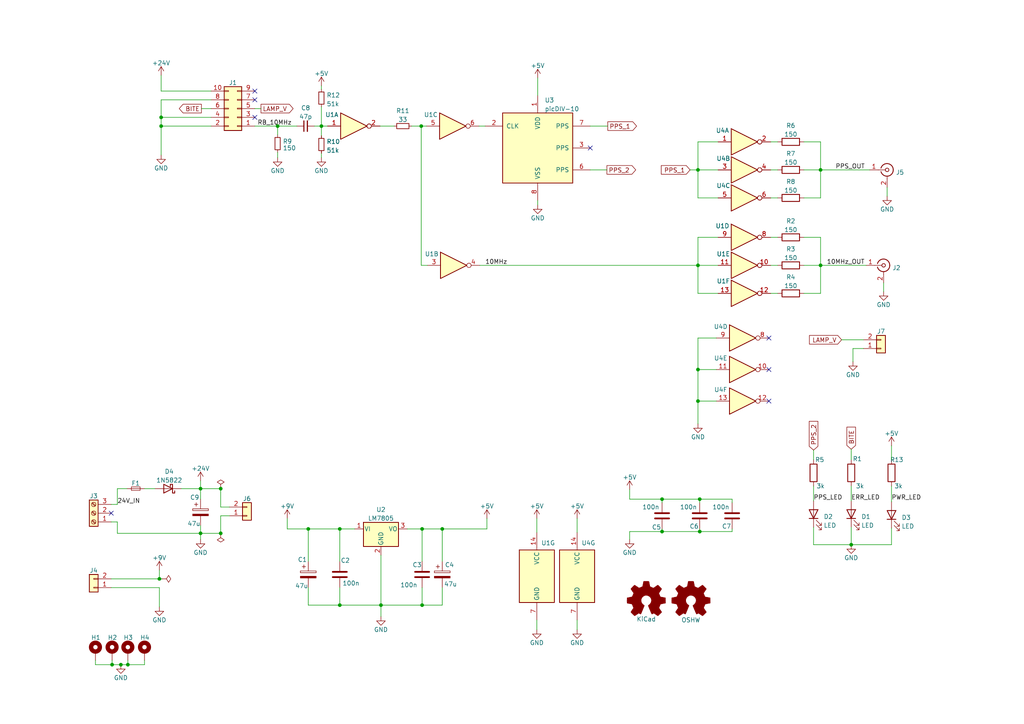
<source format=kicad_sch>
(kicad_sch (version 20230121) (generator eeschema)
  (paper "A4")
  (title_block (title "Rubidium Interface board") (date "2023-02-23") (rev "1.1"))
  (lib_symbols
    (symbol "74xx:74HC04"
      (property "Reference" "U" (at 0 1.27 0))
      (property "Value" "74HC04" (at 0 -1.27 0))
      (symbol "74HC04_1_0"
        (polyline (pts (xy -3.81 3.81) (xy -3.81 -3.81) (xy 3.81 0) (xy -3.81 3.81)) (stroke (width 0.254)) (fill (type background)))
        (pin input line (at -7.62 0 0) (length 3.81) (name "~") (number "1"))
        (pin output inverted (at 7.62 0 180) (length 3.81) (name "~") (number "2"))
      )
      (symbol "74HC04_2_0"
        (polyline (pts (xy -3.81 3.81) (xy -3.81 -3.81) (xy 3.81 0) (xy -3.81 3.81)) (stroke (width 0.254)) (fill (type background)))
        (pin input line (at -7.62 0 0) (length 3.81) (name "~") (number "3"))
        (pin output inverted (at 7.62 0 180) (length 3.81) (name "~") (number "4"))
      )
      (symbol "74HC04_3_0"
        (polyline (pts (xy -3.81 3.81) (xy -3.81 -3.81) (xy 3.81 0) (xy -3.81 3.81)) (stroke (width 0.254)) (fill (type background)))
        (pin input line (at -7.62 0 0) (length 3.81) (name "~") (number "5"))
        (pin output inverted (at 7.62 0 180) (length 3.81) (name "~") (number "6"))
      )
      (symbol "74HC04_4_0"
        (polyline (pts (xy -3.81 3.81) (xy -3.81 -3.81) (xy 3.81 0) (xy -3.81 3.81)) (stroke (width 0.254)) (fill (type background)))
        (pin output inverted (at 7.62 0 180) (length 3.81) (name "~") (number "8"))
        (pin input line (at -7.62 0 0) (length 3.81) (name "~") (number "9"))
      )
      (symbol "74HC04_5_0"
        (polyline (pts (xy -3.81 3.81) (xy -3.81 -3.81) (xy 3.81 0) (xy -3.81 3.81)) (stroke (width 0.254)) (fill (type background)))
        (pin output inverted (at 7.62 0 180) (length 3.81) (name "~") (number "10"))
        (pin input line (at -7.62 0 0) (length 3.81) (name "~") (number "11"))
      )
      (symbol "74HC04_6_0"
        (polyline (pts (xy -3.81 3.81) (xy -3.81 -3.81) (xy 3.81 0) (xy -3.81 3.81)) (stroke (width 0.254)) (fill (type background)))
        (pin output inverted (at 7.62 0 180) (length 3.81) (name "~") (number "12"))
        (pin input line (at -7.62 0 0) (length 3.81) (name "~") (number "13"))
      )
      (symbol "74HC04_7_0"
        (pin power_in line (at 0 12.7 270) (length 5.08) (name "VCC") (number "14"))
        (pin power_in line (at 0 -12.7 90) (length 5.08) (name "GND") (number "7"))
      )
      (symbol "74HC04_7_1"
        (rectangle (start -5.08 7.62) (end 5.08 -7.62) (stroke (width 0.254)) (fill (type background)))
      )
    )
    (symbol "Connector:Conn_Coaxial" (pin_names (offset 1.016) hide)
      (property "Reference" "J" (at 0.254 3.048 0))
      (property "Value" "Conn_Coaxial" (at 2.921 0 90))
      (symbol "Conn_Coaxial_0_1"
        (arc (start -1.778 -0.508) (mid 0.2311 -1.8066) (end 1.778 0) (stroke (width 0.254)))
        (polyline (pts (xy -2.54 0) (xy -0.508 0)))
        (polyline (pts (xy 0 -2.54) (xy 0 -1.778)))
        (circle (center 0 0) (radius 0.508) (stroke (width 0.2032)))
        (arc (start 1.778 0) (mid 0.2099 1.8101) (end -1.778 0.508) (stroke (width 0.254)))
      )
      (symbol "Conn_Coaxial_1_1"
        (pin passive line (at -5.08 0 0) (length 2.54) (name "In") (number "1"))
        (pin passive line (at 0 -5.08 90) (length 2.54) (name "Ext") (number "2"))
      )
    )
    (symbol "Connector:Screw_Terminal_01x03" (pin_names (offset 1.016) hide)
      (property "Reference" "J" (at 0 5.08 0))
      (property "Value" "Screw_Terminal_01x03" (at 0 -5.08 0))
      (symbol "Screw_Terminal_01x03_1_1"
        (rectangle (start -1.27 3.81) (end 1.27 -3.81) (stroke (width 0.254)) (fill (type background)))
        (circle (center 0 -2.54) (radius 0.635) (stroke (width 0.1524)))
        (polyline (pts (xy -0.5334 -2.2098) (xy 0.3302 -3.048)) (stroke (width 0.1524)))
        (polyline (pts (xy -0.5334 0.3302) (xy 0.3302 -0.508)) (stroke (width 0.1524)))
        (polyline (pts (xy -0.5334 2.8702) (xy 0.3302 2.032)) (stroke (width 0.1524)))
        (polyline (pts (xy -0.3556 -2.032) (xy 0.508 -2.8702)) (stroke (width 0.1524)))
        (polyline (pts (xy -0.3556 0.508) (xy 0.508 -0.3302)) (stroke (width 0.1524)))
        (polyline (pts (xy -0.3556 3.048) (xy 0.508 2.2098)) (stroke (width 0.1524)))
        (circle (center 0 0) (radius 0.635) (stroke (width 0.1524)))
        (circle (center 0 2.54) (radius 0.635) (stroke (width 0.1524)))
        (pin passive line (at -5.08 2.54 0) (length 3.81) (name "Pin_1") (number "1"))
        (pin passive line (at -5.08 0 0) (length 3.81) (name "Pin_2") (number "2"))
        (pin passive line (at -5.08 -2.54 0) (length 3.81) (name "Pin_3") (number "3"))
      )
    )
    (symbol "Connector_Generic:Conn_01x02" (pin_names (offset 1.016) hide)
      (property "Reference" "J" (at 0 2.54 0))
      (property "Value" "Conn_01x02" (at 0 -5.08 0))
      (symbol "Conn_01x02_1_1"
        (rectangle (start -1.27 -2.413) (end 0 -2.667) (stroke (width 0.1524)))
        (rectangle (start -1.27 0.127) (end 0 -0.127) (stroke (width 0.1524)))
        (rectangle (start -1.27 1.27) (end 1.27 -3.81) (stroke (width 0.254)) (fill (type background)))
        (pin passive line (at -5.08 0 0) (length 3.81) (name "Pin_1") (number "1"))
        (pin passive line (at -5.08 -2.54 0) (length 3.81) (name "Pin_2") (number "2"))
      )
    )
    (symbol "Connector_Generic:Conn_02x05_Odd_Even" (pin_names (offset 1.016) hide)
      (property "Reference" "J" (at 1.27 7.62 0))
      (property "Value" "Conn_02x05_Odd_Even" (at 1.27 -7.62 0))
      (symbol "Conn_02x05_Odd_Even_1_1"
        (rectangle (start -1.27 -4.953) (end 0 -5.207) (stroke (width 0.1524)))
        (rectangle (start -1.27 -2.413) (end 0 -2.667) (stroke (width 0.1524)))
        (rectangle (start -1.27 0.127) (end 0 -0.127) (stroke (width 0.1524)))
        (rectangle (start -1.27 2.667) (end 0 2.413) (stroke (width 0.1524)))
        (rectangle (start -1.27 5.207) (end 0 4.953) (stroke (width 0.1524)))
        (rectangle (start -1.27 6.35) (end 3.81 -6.35) (stroke (width 0.254)) (fill (type background)))
        (rectangle (start 3.81 -4.953) (end 2.54 -5.207) (stroke (width 0.1524)))
        (rectangle (start 3.81 -2.413) (end 2.54 -2.667) (stroke (width 0.1524)))
        (rectangle (start 3.81 0.127) (end 2.54 -0.127) (stroke (width 0.1524)))
        (rectangle (start 3.81 2.667) (end 2.54 2.413) (stroke (width 0.1524)))
        (rectangle (start 3.81 5.207) (end 2.54 4.953) (stroke (width 0.1524)))
        (pin passive line (at -5.08 5.08 0) (length 3.81) (name "Pin_1") (number "1"))
        (pin passive line (at 7.62 -5.08 180) (length 3.81) (name "Pin_10") (number "10"))
        (pin passive line (at 7.62 5.08 180) (length 3.81) (name "Pin_2") (number "2"))
        (pin passive line (at -5.08 2.54 0) (length 3.81) (name "Pin_3") (number "3"))
        (pin passive line (at 7.62 2.54 180) (length 3.81) (name "Pin_4") (number "4"))
        (pin passive line (at -5.08 0 0) (length 3.81) (name "Pin_5") (number "5"))
        (pin passive line (at 7.62 0 180) (length 3.81) (name "Pin_6") (number "6"))
        (pin passive line (at -5.08 -2.54 0) (length 3.81) (name "Pin_7") (number "7"))
        (pin passive line (at 7.62 -2.54 180) (length 3.81) (name "Pin_8") (number "8"))
        (pin passive line (at -5.08 -5.08 0) (length 3.81) (name "Pin_9") (number "9"))
      )
    )
    (symbol "Device:C" (pin_numbers hide) (pin_names (offset 0.254))
      (property "Reference" "C" (at 0.635 2.54 0))
      (property "Value" "C" (at 0.635 -2.54 0))
      (symbol "C_0_1"
        (polyline (pts (xy -2.032 -0.762) (xy 2.032 -0.762)) (stroke (width 0.508)))
        (polyline (pts (xy -2.032 0.762) (xy 2.032 0.762)) (stroke (width 0.508)))
      )
      (symbol "C_1_1"
        (pin passive line (at 0 3.81 270) (length 2.794) (name "~") (number "1"))
        (pin passive line (at 0 -3.81 90) (length 2.794) (name "~") (number "2"))
      )
    )
    (symbol "Device:C_Polarized" (pin_numbers hide) (pin_names (offset 0.254))
      (property "Reference" "C" (at 0.635 2.54 0))
      (property "Value" "C_Polarized" (at 0.635 -2.54 0))
      (symbol "C_Polarized_0_1"
        (rectangle (start -2.286 0.508) (end 2.286 1.016))
        (polyline (pts (xy -1.778 2.286) (xy -0.762 2.286)))
        (polyline (pts (xy -1.27 2.794) (xy -1.27 1.778)))
        (rectangle (start 2.286 -0.508) (end -2.286 -1.016) (fill (type outline)))
      )
      (symbol "C_Polarized_1_1"
        (pin passive line (at 0 3.81 270) (length 2.794) (name "~") (number "1"))
        (pin passive line (at 0 -3.81 90) (length 2.794) (name "~") (number "2"))
      )
    )
    (symbol "Device:C_Small" (pin_numbers hide) (pin_names (offset 0.254) hide)
      (property "Reference" "C" (at 0.254 1.778 0))
      (property "Value" "C_Small" (at 0.254 -2.032 0))
      (symbol "C_Small_0_1"
        (polyline (pts (xy -1.524 -0.508) (xy 1.524 -0.508)) (stroke (width 0.3302)))
        (polyline (pts (xy -1.524 0.508) (xy 1.524 0.508)) (stroke (width 0.3048)))
      )
      (symbol "C_Small_1_1"
        (pin passive line (at 0 2.54 270) (length 2.032) (name "~") (number "1"))
        (pin passive line (at 0 -2.54 90) (length 2.032) (name "~") (number "2"))
      )
    )
    (symbol "Device:D_Schottky" (pin_numbers hide) (pin_names (offset 1.016) hide)
      (property "Reference" "D" (at 0 2.54 0))
      (property "Value" "D_Schottky" (at 0 -2.54 0))
      (symbol "D_Schottky_0_1"
        (polyline (pts (xy 1.27 0) (xy -1.27 0)))
        (polyline (pts (xy 1.27 1.27) (xy 1.27 -1.27) (xy -1.27 0) (xy 1.27 1.27)) (stroke (width 0.254)))
        (polyline (pts (xy -1.905 0.635) (xy -1.905 1.27) (xy -1.27 1.27) (xy -1.27 -1.27) (xy -0.635 -1.27) (xy -0.635 -0.635)) (stroke (width 0.254)))
      )
      (symbol "D_Schottky_1_1"
        (pin passive line (at -3.81 0 0) (length 2.54) (name "K") (number "1"))
        (pin passive line (at 3.81 0 180) (length 2.54) (name "A") (number "2"))
      )
    )
    (symbol "Device:Fuse_Small" (pin_numbers hide) (pin_names (offset 0.254) hide)
      (property "Reference" "F" (at 0 -1.524 0))
      (property "Value" "Fuse_Small" (at 0 1.524 0))
      (symbol "Fuse_Small_0_1"
        (rectangle (start -1.27 0.508) (end 1.27 -0.508))
        (polyline (pts (xy -1.27 0) (xy 1.27 0)))
      )
      (symbol "Fuse_Small_1_1"
        (pin passive line (at -2.54 0 0) (length 1.27) (name "~") (number "1"))
        (pin passive line (at 2.54 0 180) (length 1.27) (name "~") (number "2"))
      )
    )
    (symbol "Device:LED" (pin_numbers hide) (pin_names (offset 1.016) hide)
      (property "Reference" "D" (at 0 2.54 0))
      (property "Value" "LED" (at 0 -2.54 0))
      (symbol "LED_0_1"
        (polyline (pts (xy -1.27 -1.27) (xy -1.27 1.27)) (stroke (width 0.254)))
        (polyline (pts (xy -1.27 0) (xy 1.27 0)))
        (polyline (pts (xy 1.27 -1.27) (xy 1.27 1.27) (xy -1.27 0) (xy 1.27 -1.27)) (stroke (width 0.254)))
        (polyline (pts (xy -3.048 -0.762) (xy -4.572 -2.286) (xy -3.81 -2.286) (xy -4.572 -2.286) (xy -4.572 -1.524)))
        (polyline (pts (xy -1.778 -0.762) (xy -3.302 -2.286) (xy -2.54 -2.286) (xy -3.302 -2.286) (xy -3.302 -1.524)))
      )
      (symbol "LED_1_1"
        (pin passive line (at -3.81 0 0) (length 2.54) (name "K") (number "1"))
        (pin passive line (at 3.81 0 180) (length 2.54) (name "A") (number "2"))
      )
    )
    (symbol "Device:R" (pin_numbers hide) (pin_names (offset 0))
      (property "Reference" "R" (at 2.032 0 90))
      (property "Value" "R" (at 0 0 90))
      (symbol "R_0_1"
        (rectangle (start -1.016 -2.54) (end 1.016 2.54) (stroke (width 0.254)))
      )
      (symbol "R_1_1"
        (pin passive line (at 0 3.81 270) (length 1.27) (name "~") (number "1"))
        (pin passive line (at 0 -3.81 90) (length 1.27) (name "~") (number "2"))
      )
    )
    (symbol "Device:R_Small" (pin_numbers hide) (pin_names (offset 0.254) hide)
      (property "Reference" "R" (at 0.762 0.508 0))
      (property "Value" "R_Small" (at 0.762 -1.016 0))
      (symbol "R_Small_0_1"
        (rectangle (start -0.762 1.778) (end 0.762 -1.778) (stroke (width 0.2032)))
      )
      (symbol "R_Small_1_1"
        (pin passive line (at 0 2.54 270) (length 0.762) (name "~") (number "1"))
        (pin passive line (at 0 -2.54 90) (length 0.762) (name "~") (number "2"))
      )
    )
    (symbol "Graphic:Logo_Open_Hardware_Small" (pin_names (offset 1.016))
      (symbol "Logo_Open_Hardware_Small_0_1"
        (polyline (pts (xy 3.3528 -4.3434) (xy 3.302 -4.318) (xy 3.175 -4.2418) (xy 2.9972 -4.1148) (xy 2.7686 -3.9624) (xy 2.54 -3.81) (xy 2.3622 -3.7084) (xy 2.2352 -3.6068) (xy 2.1844 -3.5814) (xy 2.159 -3.6068) (xy 2.0574 -3.6576) (xy 1.905 -3.7338) (xy 1.8034 -3.7846) (xy 1.6764 -3.8354) (xy 1.6002 -3.8354) (xy 1.6002 -3.8354) (xy 1.5494 -3.7338) (xy 1.4732 -3.5306) (xy 1.3462 -3.302) (xy 1.2446 -3.0226) (xy 1.1176 -2.7178) (xy 0.9652 -2.413) (xy 0.8636 -2.1082) (xy 0.7366 -1.8288) (xy 0.6604 -1.6256) (xy 0.6096 -1.4732) (xy 0.5842 -1.397) (xy 0.5842 -1.397) (xy 0.6604 -1.3208) (xy 0.7874 -1.2446) (xy 1.0414 -1.016) (xy 1.2954 -0.6858) (xy 1.4478 -0.3302) (xy 1.524 0.0762) (xy 1.4732 0.4572) (xy 1.3208 0.8128) (xy 1.0668 1.143) (xy 0.762 1.3716) (xy 0.4064 1.524) (xy 0 1.5748) (xy -0.381 1.5494) (xy -0.7366 1.397) (xy -1.0668 1.143) (xy -1.2192 0.9906) (xy -1.397 0.6604) (xy -1.524 0.3048) (xy -1.524 0.2286) (xy -1.4986 -0.1778) (xy -1.397 -0.5334) (xy -1.1938 -0.8636) (xy -0.9144 -1.143) (xy -0.8636 -1.1684) (xy -0.7366 -1.27) (xy -0.635 -1.3462) (xy -0.5842 -1.397) (xy -1.0668 -2.5908) (xy -1.143 -2.794) (xy -1.2954 -3.1242) (xy -1.397 -3.4036) (xy -1.4986 -3.6322) (xy -1.5748 -3.7846) (xy -1.6002 -3.8354) (xy -1.6002 -3.8354) (xy -1.651 -3.8354) (xy -1.7272 -3.81) (xy -1.905 -3.7338) (xy -2.0066 -3.683) (xy -2.1336 -3.6068) (xy -2.2098 -3.5814) (xy -2.2606 -3.6068) (xy -2.3622 -3.683) (xy -2.54 -3.81) (xy -2.7686 -3.9624) (xy -2.9718 -4.0894) (xy -3.1496 -4.2164) (xy -3.302 -4.318) (xy -3.3528 -4.3434) (xy -3.3782 -4.3434) (xy -3.429 -4.318) (xy -3.5306 -4.2164) (xy -3.7084 -4.064) (xy -3.937 -3.8354) (xy -3.9624 -3.81) (xy -4.1656 -3.6068) (xy -4.318 -3.4544) (xy -4.4196 -3.3274) (xy -4.445 -3.2766) (xy -4.445 -3.2766) (xy -4.4196 -3.2258) (xy -4.318 -3.0734) (xy -4.2164 -2.8956) (xy -4.064 -2.667) (xy -3.6576 -2.0828) (xy -3.8862 -1.5494) (xy -3.937 -1.3716) (xy -4.0386 -1.1684) (xy -4.0894 -1.0414) (xy -4.1148 -0.9652) (xy -4.191 -0.9398) (xy -4.318 -0.9144) (xy -4.5466 -0.8636) (xy -4.8006 -0.8128) (xy -5.0546 -0.7874) (xy -5.2578 -0.7366) (xy -5.4356 -0.7112) (xy -5.5118 -0.6858) (xy -5.5118 -0.6858) (xy -5.5372 -0.635) (xy -5.5372 -0.5588) (xy -5.5372 -0.4318) (xy -5.5626 -0.2286) (xy -5.5626 0.0762) (xy -5.5626 0.127) (xy -5.5372 0.4064) (xy -5.5372 0.635) (xy -5.5372 0.762) (xy -5.5372 0.8382) (xy -5.5372 0.8382) (xy -5.461 0.8382) (xy -5.3086 0.889) (xy -5.08 0.9144) (xy -4.826 0.9652) (xy -4.8006 0.9906) (xy -4.5466 1.0414) (xy -4.318 1.0668) (xy -4.1656 1.1176) (xy -4.0894 1.143) (xy -4.0894 1.143) (xy -4.0386 1.2446) (xy -3.9624 1.4224) (xy -3.8608 1.6256) (xy -3.7846 1.8288) (xy -3.7084 2.0066) (xy -3.6576 2.159) (xy -3.6322 2.2098) (xy -3.6322 2.2098) (xy -3.683 2.286) (xy -3.7592 2.413) (xy -3.8862 2.5908) (xy -4.064 2.8194) (xy -4.064 2.8448) (xy -4.2164 3.0734) (xy -4.3434 3.2512) (xy -4.4196 3.3782) (xy -4.445 3.4544) (xy -4.445 3.4544) (xy -4.3942 3.5052) (xy -4.2926 3.6322) (xy -4.1148 3.81) (xy -3.937 4.0132) (xy -3.8608 4.064) (xy -3.6576 4.2926) (xy -3.5052 4.4196) (xy -3.4036 4.4958) (xy -3.3528 4.5212) (xy -3.3528 4.5212) (xy -3.302 4.4704) (xy -3.1496 4.3688) (xy -2.9718 4.2418) (xy -2.7432 4.0894) (xy -2.7178 4.0894) (xy -2.4892 3.937) (xy -2.3114 3.81) (xy -2.1844 3.7084) (xy -2.1336 3.683) (xy -2.1082 3.683) (xy -2.032 3.7084) (xy -1.8542 3.7592) (xy -1.6764 3.8354) (xy -1.4732 3.937) (xy -1.27 4.0132) (xy -1.143 4.064) (xy -1.0668 4.1148) (xy -1.0668 4.1148) (xy -1.0414 4.191) (xy -1.016 4.3434) (xy -0.9652 4.572) (xy -0.9144 4.8514) (xy -0.889 4.9022) (xy -0.8382 5.1562) (xy -0.8128 5.3848) (xy -0.7874 5.5372) (xy -0.762 5.588) (xy -0.7112 5.6134) (xy -0.5842 5.6134) (xy -0.4064 5.6134) (xy -0.1524 5.6134) (xy 0.0762 5.6134) (xy 0.3302 5.6134) (xy 0.5334 5.6134) (xy 0.6858 5.588) (xy 0.7366 5.588) (xy 0.7366 5.588) (xy 0.762 5.5118) (xy 0.8128 5.334) (xy 0.8382 5.1054) (xy 0.9144 4.826) (xy 0.9144 4.7752) (xy 0.9652 4.5212) (xy 1.016 4.2926) (xy 1.0414 4.1402) (xy 1.0668 4.0894) (xy 1.0668 4.0894) (xy 1.1938 4.0386) (xy 1.3716 3.9624) (xy 1.5748 3.8608) (xy 2.0828 3.6576) (xy 2.7178 4.0894) (xy 2.7686 4.1402) (xy 2.9972 4.2926) (xy 3.175 4.4196) (xy 3.302 4.4958) (xy 3.3782 4.5212) (xy 3.3782 4.5212) (xy 3.429 4.4704) (xy 3.556 4.3434) (xy 3.7338 4.191) (xy 3.9116 3.9878) (xy 4.064 3.8354) (xy 4.2418 3.6576) (xy 4.3434 3.556) (xy 4.4196 3.4798) (xy 4.4196 3.429) (xy 4.4196 3.4036) (xy 4.3942 3.3274) (xy 4.2926 3.2004) (xy 4.1656 2.9972) (xy 4.0132 2.794) (xy 3.8862 2.5908) (xy 3.7592 2.3876) (xy 3.6576 2.2352) (xy 3.6322 2.159) (xy 3.6322 2.1336) (xy 3.683 2.0066) (xy 3.7592 1.8288) (xy 3.8608 1.6002) (xy 4.064 1.1176) (xy 4.3942 1.0414) (xy 4.5974 1.016) (xy 4.8768 0.9652) (xy 5.1308 0.9144) (xy 5.5372 0.8382) (xy 5.5626 -0.6604) (xy 5.4864 -0.6858) (xy 5.4356 -0.6858) (xy 5.2832 -0.7366) (xy 5.0546 -0.762) (xy 4.8006 -0.8128) (xy 4.5974 -0.8636) (xy 4.3688 -0.9144) (xy 4.2164 -0.9398) (xy 4.1402 -0.9398) (xy 4.1148 -0.9652) (xy 4.064 -1.0668) (xy 3.9878 -1.2446) (xy 3.9116 -1.4478) (xy 3.81 -1.651) (xy 3.7338 -1.8542) (xy 3.683 -2.0066) (xy 3.6576 -2.0828) (xy 3.683 -2.1336) (xy 3.7846 -2.2606) (xy 3.8862 -2.4638) (xy 4.0386 -2.667) (xy 4.191 -2.8956) (xy 4.318 -3.0734) (xy 4.3942 -3.2004) (xy 4.445 -3.2766) (xy 4.4196 -3.3274) (xy 4.3434 -3.429) (xy 4.1656 -3.5814) (xy 3.937 -3.8354) (xy 3.8862 -3.8608) (xy 3.683 -4.064) (xy 3.5306 -4.2164) (xy 3.4036 -4.318) (xy 3.3528 -4.3434)) (fill (type outline)))
      )
    )
    (symbol "Mechanical:MountingHole_Pad" (pin_numbers hide) (pin_names (offset 1.016) hide)
      (property "Reference" "H" (at 0 6.35 0))
      (property "Value" "MountingHole_Pad" (at 0 4.445 0))
      (symbol "MountingHole_Pad_0_1"
        (circle (center 0 1.27) (radius 1.27) (stroke (width 1.27)))
      )
      (symbol "MountingHole_Pad_1_1"
        (pin input line (at 0 -2.54 90) (length 2.54) (name "1") (number "1"))
      )
    )
    (symbol "MyLib:picDIV-10" (pin_names (offset 1.016))
      (property "Reference" "U" (at 1.27 13.97 0))
      (property "Value" "picDIV-10" (at 1.27 11.43 0))
      (symbol "picDIV-10_0_1"
        (rectangle (start 10.16 -10.16) (end -10.16 10.16) (stroke (width 0.254)) (fill (type background)))
      )
      (symbol "picDIV-10_1_1"
        (pin power_in line (at 0 15.24 270) (length 5.08) (name "VDD") (number "1"))
        (pin input line (at -15.24 6.35 0) (length 5.08) (name "CLK") (number "2"))
        (pin output line (at 15.24 0 180) (length 5.08) (name "PPS") (number "3"))
        (pin no_connect line (at -15.24 -6.35 0) (length 5.08) hide (name "NC") (number "4"))
        (pin no_connect line (at -15.24 -5.08 0) (length 5.08) hide (name "NC") (number "5"))
        (pin output line (at 15.24 -6.35 180) (length 5.08) (name "PPS") (number "6"))
        (pin output line (at 15.24 6.35 180) (length 5.08) (name "PPS") (number "7"))
        (pin power_in line (at 0 -15.24 90) (length 5.08) (name "VSS") (number "8"))
      )
    )
    (symbol "Regulator_Linear:LM7805_TO220" (pin_names (offset 0.254))
      (property "Reference" "U" (at -3.81 3.175 0))
      (property "Value" "LM7805_TO220" (at 0 3.175 0))
      (symbol "LM7805_TO220_0_1"
        (rectangle (start -5.08 1.905) (end 5.08 -5.08) (stroke (width 0.254)) (fill (type background)))
      )
      (symbol "LM7805_TO220_1_1"
        (pin power_in line (at -7.62 0 0) (length 2.54) (name "VI") (number "1"))
        (pin power_in line (at 0 -7.62 90) (length 2.54) (name "GND") (number "2"))
        (pin power_out line (at 7.62 0 180) (length 2.54) (name "VO") (number "3"))
      )
    )
    (symbol "power:+24V" (power) (pin_names (offset 0))
      (property "Value" "+24V" (at 0 3.556 0))
      (symbol "+24V_0_1"
        (polyline (pts (xy -0.762 1.27) (xy 0 2.54)))
        (polyline (pts (xy 0 0) (xy 0 2.54)))
        (polyline (pts (xy 0 2.54) (xy 0.762 1.27)))
      )
      (symbol "+24V_1_1"
        (pin power_in line (at 0 0 90) (length 0) hide (name "+24V") (number "1"))
      )
    )
    (symbol "power:+5V" (power) (pin_names (offset 0))
      (property "Value" "+5V" (at 0 3.556 0))
      (symbol "+5V_0_1"
        (polyline (pts (xy -0.762 1.27) (xy 0 2.54)))
        (polyline (pts (xy 0 0) (xy 0 2.54)))
        (polyline (pts (xy 0 2.54) (xy 0.762 1.27)))
      )
      (symbol "+5V_1_1"
        (pin power_in line (at 0 0 90) (length 0) hide (name "+5V") (number "1"))
      )
    )
    (symbol "power:+9V" (power) (pin_names (offset 0))
      (property "Value" "+9V" (at 0 3.556 0))
      (symbol "+9V_0_1"
        (polyline (pts (xy -0.762 1.27) (xy 0 2.54)))
        (polyline (pts (xy 0 0) (xy 0 2.54)))
        (polyline (pts (xy 0 2.54) (xy 0.762 1.27)))
      )
      (symbol "+9V_1_1"
        (pin power_in line (at 0 0 90) (length 0) hide (name "+9V") (number "1"))
      )
    )
    (symbol "power:GND" (power) (pin_names (offset 0))
      (property "Value" "GND" (at 0 -3.81 0))
      (symbol "GND_0_1"
        (polyline (pts (xy 0 0) (xy 0 -1.27) (xy 1.27 -1.27) (xy 0 -2.54) (xy -1.27 -1.27) (xy 0 -1.27)))
      )
      (symbol "GND_1_1"
        (pin power_in line (at 0 0 270) (length 0) hide (name "GND") (number "1"))
      )
    )
    (symbol "power:PWR_FLAG" (power) (pin_numbers hide) (pin_names (offset 0) hide)
      (property "Value" "PWR_FLAG" (at 0 3.81 0))
      (symbol "PWR_FLAG_0_0"
        (pin power_out line (at 0 0 90) (length 0) (name "pwr") (number "1"))
      )
      (symbol "PWR_FLAG_0_1"
        (polyline (pts (xy 0 0) (xy 0 1.27) (xy -1.016 1.905) (xy 0 2.54) (xy 1.016 1.905) (xy 0 1.27)))
      )
    )
  )
  (junction (at 64.008 154.686))
  (junction (at 202.438 49.276))
  (junction (at 246.888 157.988))
  (junction (at 46.736 34.036))
  (junction (at 122.428 175.514))
  (junction (at 98.552 175.514))
  (junction (at 128.27 153.416))
  (junction (at 202.946 154.178))
  (junction (at 46.228 167.894))
  (junction (at 192.024 144.78))
  (junction (at 122.428 153.416))
  (junction (at 46.736 36.576))
  (junction (at 89.408 153.416))
  (junction (at 237.998 49.276))
  (junction (at 64.008 141.732))
  (junction (at 37.084 192.786))
  (junction (at 80.518 36.576))
  (junction (at 110.49 175.514))
  (junction (at 237.998 76.962))
  (junction (at 58.166 141.732))
  (junction (at 32.512 192.786))
  (junction (at 202.438 76.962))
  (junction (at 202.946 144.78))
  (junction (at 98.552 153.416))
  (junction (at 93.218 36.576))
  (junction (at 58.166 154.686))
  (junction (at 202.438 107.188))
  (junction (at 192.024 154.178))
  (junction (at 35.052 192.786))
  (junction (at 202.438 116.332))
  (junction (at 122.174 36.576))
  (no_connect (at 171.196 42.926))
  (no_connect (at 223.012 116.332))
  (no_connect (at 73.914 26.416))
  (no_connect (at 223.012 107.188))
  (no_connect (at 73.914 34.036))
  (no_connect (at 223.012 98.044))
  (no_connect (at 32.258 148.844))
  (no_connect (at 73.914 28.956))
  (wire (pts (xy 202.438 57.404) (xy 202.438 49.276)))
  (wire (pts (xy 58.166 141.732) (xy 58.166 144.78)))
  (wire (pts (xy 235.966 152.908) (xy 235.966 157.988)))
  (wire (pts (xy 66.548 147.066) (xy 64.008 147.066)))
  (wire (pts (xy 202.946 144.78) (xy 192.024 144.78)))
  (wire (pts (xy 122.428 153.416) (xy 122.428 162.814)))
  (wire (pts (xy 171.196 36.576) (xy 176.276 36.576)))
  (wire (pts (xy 34.036 141.732) (xy 36.83 141.732)))
  (wire (pts (xy 233.172 68.834) (xy 237.998 68.834)))
  (wire (pts (xy 32.258 167.894) (xy 46.228 167.894)))
  (wire (pts (xy 223.52 68.834) (xy 225.552 68.834)))
  (wire (pts (xy 258.572 129.286) (xy 258.572 133.35)))
  (wire (pts (xy 237.998 57.404) (xy 233.172 57.404)))
  (wire (pts (xy 61.214 26.416) (xy 46.736 26.416)))
  (wire (pts (xy 118.11 153.416) (xy 122.428 153.416)))
  (wire (pts (xy 98.552 153.416) (xy 98.552 162.814)))
  (wire (pts (xy 202.438 49.276) (xy 202.438 41.148)))
  (wire (pts (xy 32.512 191.516) (xy 32.512 192.786)))
  (wire (pts (xy 246.888 152.908) (xy 246.888 157.988)))
  (wire (pts (xy 58.166 141.732) (xy 64.008 141.732)))
  (wire (pts (xy 202.438 41.148) (xy 208.28 41.148)))
  (wire (pts (xy 83.312 153.416) (xy 89.408 153.416)))
  (wire (pts (xy 212.344 153.416) (xy 212.344 154.178)))
  (wire (pts (xy 202.438 98.044) (xy 207.772 98.044)))
  (wire (pts (xy 93.218 24.892) (xy 93.218 25.908)))
  (wire (pts (xy 61.214 28.956) (xy 46.736 28.956)))
  (wire (pts (xy 235.966 140.97) (xy 235.966 145.288)))
  (wire (pts (xy 122.428 153.416) (xy 128.27 153.416)))
  (wire (pts (xy 128.27 153.416) (xy 128.27 162.814)))
  (wire (pts (xy 192.024 154.178) (xy 182.626 154.178)))
  (wire (pts (xy 83.312 150.368) (xy 83.312 153.416)))
  (wire (pts (xy 212.344 145.796) (xy 212.344 144.78)))
  (wire (pts (xy 237.998 49.276) (xy 252.222 49.276)))
  (wire (pts (xy 98.552 170.434) (xy 98.552 175.514)))
  (wire (pts (xy 110.49 175.514) (xy 110.49 178.816)))
  (wire (pts (xy 80.518 36.576) (xy 86.106 36.576)))
  (wire (pts (xy 64.008 154.686) (xy 58.166 154.686)))
  (wire (pts (xy 110.49 175.514) (xy 122.428 175.514)))
  (wire (pts (xy 46.99 167.894) (xy 46.228 167.894)))
  (wire (pts (xy 237.998 76.962) (xy 237.998 85.09)))
  (wire (pts (xy 171.196 49.276) (xy 176.022 49.276)))
  (wire (pts (xy 46.736 36.576) (xy 61.214 36.576)))
  (wire (pts (xy 89.408 175.514) (xy 98.552 175.514)))
  (wire (pts (xy 123.952 76.962) (xy 122.174 76.962)))
  (wire (pts (xy 258.572 153.162) (xy 258.572 157.988)))
  (wire (pts (xy 258.572 140.97) (xy 258.572 145.542)))
  (wire (pts (xy 66.548 149.606) (xy 64.008 149.606)))
  (wire (pts (xy 244.094 98.552) (xy 250.444 98.552)))
  (wire (pts (xy 235.966 157.988) (xy 246.888 157.988)))
  (wire (pts (xy 246.888 140.97) (xy 246.888 145.288)))
  (wire (pts (xy 58.42 31.496) (xy 61.214 31.496)))
  (wire (pts (xy 182.626 144.78) (xy 192.024 144.78)))
  (wire (pts (xy 52.578 141.732) (xy 58.166 141.732)))
  (wire (pts (xy 202.438 116.332) (xy 202.438 107.188)))
  (wire (pts (xy 202.438 68.834) (xy 208.28 68.834)))
  (wire (pts (xy 46.228 167.894) (xy 46.228 165.354)))
  (wire (pts (xy 93.218 39.37) (xy 93.218 36.576)))
  (wire (pts (xy 237.998 76.962) (xy 251.206 76.962)))
  (wire (pts (xy 202.946 154.178) (xy 212.344 154.178)))
  (wire (pts (xy 34.036 146.304) (xy 34.036 141.732)))
  (wire (pts (xy 235.966 130.556) (xy 235.966 133.35)))
  (wire (pts (xy 41.91 141.732) (xy 44.958 141.732)))
  (wire (pts (xy 46.736 21.844) (xy 46.736 26.416)))
  (wire (pts (xy 122.428 175.514) (xy 128.27 175.514)))
  (wire (pts (xy 192.024 144.78) (xy 192.024 145.796)))
  (wire (pts (xy 35.052 192.786) (xy 37.084 192.786)))
  (wire (pts (xy 27.686 192.786) (xy 32.512 192.786)))
  (wire (pts (xy 58.166 139.446) (xy 58.166 141.732)))
  (wire (pts (xy 34.036 154.686) (xy 58.166 154.686)))
  (wire (pts (xy 233.172 41.148) (xy 237.998 41.148)))
  (wire (pts (xy 58.166 154.686) (xy 58.166 156.464)))
  (wire (pts (xy 250.444 101.092) (xy 247.396 101.092)))
  (wire (pts (xy 27.686 191.516) (xy 27.686 192.786)))
  (wire (pts (xy 233.172 49.276) (xy 237.998 49.276)))
  (wire (pts (xy 32.258 146.304) (xy 34.036 146.304)))
  (wire (pts (xy 256.286 82.042) (xy 256.286 84.582)))
  (wire (pts (xy 32.258 151.384) (xy 34.036 151.384)))
  (wire (pts (xy 192.024 153.416) (xy 192.024 154.178)))
  (wire (pts (xy 202.946 144.78) (xy 212.344 144.78)))
  (wire (pts (xy 237.998 68.834) (xy 237.998 76.962)))
  (wire (pts (xy 128.27 170.434) (xy 128.27 175.514)))
  (wire (pts (xy 32.512 192.786) (xy 35.052 192.786)))
  (wire (pts (xy 89.408 153.416) (xy 98.552 153.416)))
  (wire (pts (xy 119.38 36.576) (xy 122.174 36.576)))
  (wire (pts (xy 182.626 154.178) (xy 182.626 156.464)))
  (wire (pts (xy 233.172 76.962) (xy 237.998 76.962)))
  (wire (pts (xy 89.408 170.434) (xy 89.408 175.514)))
  (wire (pts (xy 138.938 36.576) (xy 140.716 36.576)))
  (wire (pts (xy 223.52 76.962) (xy 225.552 76.962)))
  (wire (pts (xy 80.518 44.196) (xy 80.518 45.72)))
  (wire (pts (xy 223.52 41.148) (xy 225.552 41.148)))
  (wire (pts (xy 202.438 116.332) (xy 207.772 116.332)))
  (wire (pts (xy 202.946 145.796) (xy 202.946 144.78)))
  (wire (pts (xy 61.214 34.036) (xy 46.736 34.036)))
  (wire (pts (xy 141.224 150.368) (xy 141.224 153.416)))
  (wire (pts (xy 80.518 36.576) (xy 80.518 39.116)))
  (wire (pts (xy 208.28 85.09) (xy 202.438 85.09)))
  (wire (pts (xy 223.52 49.276) (xy 225.552 49.276)))
  (wire (pts (xy 89.408 162.814) (xy 89.408 153.416)))
  (wire (pts (xy 202.438 76.962) (xy 202.438 68.834)))
  (wire (pts (xy 64.008 147.066) (xy 64.008 141.732)))
  (wire (pts (xy 202.946 153.416) (xy 202.946 154.178)))
  (wire (pts (xy 46.736 36.576) (xy 46.736 44.958)))
  (wire (pts (xy 110.49 161.036) (xy 110.49 175.514)))
  (wire (pts (xy 202.438 49.276) (xy 208.28 49.276)))
  (wire (pts (xy 247.396 101.092) (xy 247.396 104.902)))
  (wire (pts (xy 98.552 153.416) (xy 102.87 153.416)))
  (wire (pts (xy 93.218 44.45) (xy 93.218 45.72)))
  (wire (pts (xy 37.084 192.786) (xy 41.91 192.786)))
  (wire (pts (xy 46.736 28.956) (xy 46.736 34.036)))
  (wire (pts (xy 223.52 85.09) (xy 225.552 85.09)))
  (wire (pts (xy 200.152 49.276) (xy 202.438 49.276)))
  (wire (pts (xy 182.626 141.986) (xy 182.626 144.78)))
  (wire (pts (xy 139.192 76.962) (xy 202.438 76.962)))
  (wire (pts (xy 98.552 175.514) (xy 110.49 175.514)))
  (wire (pts (xy 46.228 170.434) (xy 46.228 176.022)))
  (wire (pts (xy 202.946 154.178) (xy 192.024 154.178)))
  (wire (pts (xy 155.956 58.166) (xy 155.956 59.436)))
  (wire (pts (xy 93.218 30.988) (xy 93.218 36.576)))
  (wire (pts (xy 128.27 153.416) (xy 141.224 153.416)))
  (wire (pts (xy 155.956 22.606) (xy 155.956 27.686)))
  (wire (pts (xy 122.428 170.434) (xy 122.428 175.514)))
  (wire (pts (xy 122.174 36.576) (xy 123.698 36.576)))
  (wire (pts (xy 202.438 122.936) (xy 202.438 116.332)))
  (wire (pts (xy 237.998 49.276) (xy 237.998 57.404)))
  (wire (pts (xy 202.438 76.962) (xy 208.28 76.962)))
  (wire (pts (xy 73.914 31.496) (xy 75.692 31.496)))
  (wire (pts (xy 202.438 85.09) (xy 202.438 76.962)))
  (wire (pts (xy 155.702 150.368) (xy 155.702 154.432)))
  (wire (pts (xy 34.036 151.384) (xy 34.036 154.686)))
  (wire (pts (xy 223.52 57.404) (xy 225.552 57.404)))
  (wire (pts (xy 237.998 41.148) (xy 237.998 49.276)))
  (wire (pts (xy 202.438 107.188) (xy 202.438 98.044)))
  (wire (pts (xy 167.386 179.832) (xy 167.386 182.626)))
  (wire (pts (xy 32.258 170.434) (xy 46.228 170.434)))
  (wire (pts (xy 122.174 76.962) (xy 122.174 36.576)))
  (wire (pts (xy 208.28 57.404) (xy 202.438 57.404)))
  (wire (pts (xy 237.998 85.09) (xy 233.172 85.09)))
  (wire (pts (xy 46.736 34.036) (xy 46.736 36.576)))
  (wire (pts (xy 167.386 150.368) (xy 167.386 154.432)))
  (wire (pts (xy 91.186 36.576) (xy 93.218 36.576)))
  (wire (pts (xy 64.008 149.606) (xy 64.008 154.686)))
  (wire (pts (xy 246.888 130.302) (xy 246.888 133.35)))
  (wire (pts (xy 257.302 54.356) (xy 257.302 56.896)))
  (wire (pts (xy 246.888 157.988) (xy 258.572 157.988)))
  (wire (pts (xy 110.236 36.576) (xy 114.3 36.576)))
  (wire (pts (xy 58.166 152.4) (xy 58.166 154.686)))
  (wire (pts (xy 155.702 179.832) (xy 155.702 182.626)))
  (wire (pts (xy 41.91 192.786) (xy 41.91 191.516)))
  (wire (pts (xy 73.914 36.576) (xy 80.518 36.576)))
  (wire (pts (xy 93.218 36.576) (xy 94.996 36.576)))
  (wire (pts (xy 202.438 107.188) (xy 207.772 107.188)))
  (wire (pts (xy 37.084 191.516) (xy 37.084 192.786)))
  (label "PPS_OUT" (at 242.316 49.276 0))
  (label "ERR_LED" (at 246.888 145.288 0))
  (label "PPS_LED" (at 235.966 145.288 0))
  (label "24V_IN" (at 34.036 146.304 0))
  (label "10MHz" (at 140.716 76.962 0))
  (label "RB_10MHz" (at 74.676 36.576 0))
  (label "10MHz_OUT" (at 239.776 76.962 0))
  (label "PWR_LED" (at 258.572 145.288 0))
  (global_label "BITE" (shape output) (at 58.42 31.496 180) (property "Intersheetrefs" "${INTERSHEET_REFS}" (effects hide)))
  (global_label "LAMP_V" (shape output) (at 75.692 31.496 0) (property "Intersheetrefs" "${INTERSHEET_REFS}" (effects hide)))
  (global_label "PPS_2" (shape input) (at 235.966 130.556 90) (property "Intersheetrefs" "${INTERSHEET_REFS}" (effects hide)))
  (global_label "PPS_1" (shape input) (at 200.152 49.276 180) (property "Intersheetrefs" "${INTERSHEET_REFS}" (effects hide)))
  (global_label "PPS_2" (shape output) (at 176.022 49.276 0) (property "Intersheetrefs" "${INTERSHEET_REFS}" (effects hide)))
  (global_label "LAMP_V" (shape input) (at 244.094 98.552 180) (property "Intersheetrefs" "${INTERSHEET_REFS}" (effects hide)))
  (global_label "PPS_1" (shape output) (at 176.276 36.576 0) (property "Intersheetrefs" "${INTERSHEET_REFS}" (effects hide)))
  (global_label "BITE" (shape input) (at 246.888 130.302 90) (property "Intersheetrefs" "${INTERSHEET_REFS}" (effects hide)))
  (symbol (lib_id "Device:Fuse_Small") (at 39.37 141.732 0) (unit 1)
    (property "Reference" "F1" (at 39.37 140.1882 0))
    (property "Value" "Fuse_Small" (effects hide))
    (property "Footprint" "MyLib:Fuseholder_Cylinder-5x20mm_Stelvio_Kontek_Horizontal_Open" (effects hide))
  )
  (symbol (lib_id "Device:C") (at 98.552 166.624 0) (unit 1)
    (property "Reference" "C2" (at 98.806 162.56 0) (effects (justify left)))
    (property "Value" "100n" (at 99.314 169.164 0) (effects (justify left)))
    (property "Footprint" "Capacitor_SMD:C_1206_3216Metric" (effects hide))
  )
  (symbol (lib_id "Device:C_Small") (at 88.646 36.576 90) (unit 1)
    (property "Reference" "C8" (at 88.6523 31.3141 90))
    (property "Value" "47p" (at 88.6523 33.851 90))
    (property "Footprint" "Capacitor_SMD:C_1206_3216Metric" (effects hide))
  )
  (symbol (lib_id "Mechanical:MountingHole_Pad") (at 37.084 188.976 0) (unit 1)
    (property "Reference" "H3" (at 35.814 184.912 0) (effects (justify left)))
    (property "Value" "MountingHole_Pad" (effects hide))
    (property "Footprint" "MountingHole:MountingHole_2.7mm_M2.5_Pad" (effects hide))
  )
  (symbol (lib_id "Device:R_Small") (at 93.218 41.91 0) (unit 1)
    (property "Reference" "R10" (at 94.7166 41.0753 0) (effects (justify left)))
    (property "Value" "51k" (at 94.7166 43.6122 0) (effects (justify left)))
    (property "Footprint" "Resistor_SMD:R_1206_3216Metric" (effects hide))
  )
  (symbol (lib_id "Device:C_Polarized") (at 128.27 166.624 0) (unit 1)
    (property "Reference" "C4" (at 129.032 163.83 0) (effects (justify left)))
    (property "Value" "47u" (at 128.778 169.418 0) (effects (justify left)))
    (property "Footprint" "Capacitor_THT:CP_Radial_D6.3mm_P2.50mm" (effects hide))
  )
  (symbol (lib_id "Connector:Screw_Terminal_01x03") (at 27.178 148.844 180) (unit 1)
    (property "Reference" "J3" (at 27.178 143.8712 0))
    (property "Value" "Screw_Terminal_01x03" (effects hide))
    (property "Footprint" "TerminalBlock:TerminalBlock_bornier-3_P5.08mm" (effects hide))
  )
  (symbol (lib_id "Device:R_Small") (at 93.218 28.448 0) (unit 1)
    (property "Reference" "R12" (at 94.7166 27.6133 0) (effects (justify left)))
    (property "Value" "51k" (at 94.7166 30.1502 0) (effects (justify left)))
    (property "Footprint" "Resistor_SMD:R_1206_3216Metric" (effects hide))
  )
  (symbol (lib_id "power:+9V") (at 46.228 165.354 0) (unit 1)
    (property "Reference" "#PWR0114" (effects hide))
    (property "Value" "+9V" (at 46.228 161.798 0))
  )
  (symbol (lib_id "Device:LED") (at 235.966 149.098 90) (unit 1)
    (property "Reference" "D2" (at 238.887 149.8508 90) (effects (justify right)))
    (property "Value" "LED" (at 238.887 152.3877 90) (effects (justify right)))
    (property "Footprint" "LED_THT:LED_D4.0mm" (effects hide))
  )
  (symbol (lib_id "Connector:Conn_Coaxial") (at 257.302 49.276 0) (unit 1)
    (property "Reference" "J5" (at 259.8421 50.003 0) (effects (justify left)))
    (property "Value" "Conn_Coaxial" (effects hide))
    (property "Footprint" "MyLib:BNC_Linx_CONBNC002_Horizontal" (effects hide))
    (property "Datasheet" " ~" (effects hide))
  )
  (symbol (lib_id "Device:C") (at 192.024 149.606 180) (unit 1)
    (property "Reference" "C5" (at 191.77 152.908 0) (effects (justify left)))
    (property "Value" "100n" (at 191.262 147.066 0) (effects (justify left)))
    (property "Footprint" "Capacitor_SMD:C_1206_3216Metric" (effects hide))
  )
  (symbol (lib_id "Device:LED") (at 246.888 149.098 90) (unit 1)
    (property "Reference" "D1" (at 249.809 149.8508 90) (effects (justify right)))
    (property "Value" "LED" (at 249.809 152.3877 90) (effects (justify right)))
    (property "Footprint" "LED_THT:LED_D4.0mm" (effects hide))
  )
  (symbol (lib_id "power:GND") (at 110.49 178.816 0) (unit 1)
    (property "Reference" "#PWR0105" (effects hide))
    (property "Value" "GND" (at 110.49 182.626 0))
  )
  (symbol (lib_id "Device:R") (at 229.362 57.404 90) (unit 1)
    (property "Reference" "R8" (at 229.362 52.6882 90))
    (property "Value" "150" (at 229.362 55.2251 90))
    (property "Footprint" "Resistor_SMD:R_1206_3216Metric" (effects hide))
  )
  (symbol (lib_id "74xx:74HC04") (at 215.9 85.09 0) (unit 6)
    (property "Reference" "U1" (at 209.804 81.534 0))
    (property "Value" "74AC04" (effects hide))
    (property "Footprint" "Package_DIP:DIP-14_W7.62mm" (effects hide))
    (property "Datasheet" "https://assets.nexperia.com/documents/data-sheet/74HC_HCT04.pdf" (effects hide))
  )
  (symbol (lib_id "power:PWR_FLAG") (at 64.008 141.732 0) (unit 1)
    (property "Reference" "#FLG0101" (effects hide))
    (property "Value" "PWR_FLAG" (effects hide))
  )
  (symbol (lib_id "power:+5V") (at 141.224 150.368 0) (unit 1)
    (property "Reference" "#PWR0113" (effects hide))
    (property "Value" "+5V" (at 141.224 146.812 0))
  )
  (symbol (lib_id "Device:C_Polarized") (at 89.408 166.624 0) (unit 1)
    (property "Reference" "C1" (at 86.36 162.306 0) (effects (justify left)))
    (property "Value" "47u" (at 85.598 169.926 0) (effects (justify left)))
    (property "Footprint" "Capacitor_THT:CP_Radial_D6.3mm_P2.50mm" (effects hide))
  )
  (symbol (lib_id "74xx:74HC04") (at 215.9 41.148 0) (unit 1)
    (property "Reference" "U4" (at 209.55 37.846 0))
    (property "Value" "74AC04" (effects hide))
    (property "Footprint" "Package_DIP:DIP-14_W7.62mm" (effects hide))
    (property "Datasheet" "https://assets.nexperia.com/documents/data-sheet/74HC_HCT04.pdf" (effects hide))
  )
  (symbol (lib_id "power:GND") (at 46.736 44.958 0) (unit 1)
    (property "Reference" "#PWR02" (effects hide))
    (property "Value" "GND" (at 46.736 48.768 0))
  )
  (symbol (lib_id "Mechanical:MountingHole_Pad") (at 27.686 188.976 0) (unit 1)
    (property "Reference" "H1" (at 26.416 184.912 0) (effects (justify left)))
    (property "Value" "MountingHole_Pad" (effects hide))
    (property "Footprint" "MountingHole:MountingHole_2.7mm_M2.5_Pad" (effects hide))
  )
  (symbol (lib_id "Graphic:Logo_Open_Hardware_Small") (at 200.406 174.244 0) (unit 1)
    (property "Reference" "LOGO2" (effects hide))
    (property "Value" "OSHW" (at 197.612 179.832 0) (effects (justify left)))
    (property "Footprint" "Symbol:OSHW-Logo2_7.3x6mm_SilkScreen" (effects hide))
  )
  (symbol (lib_id "Device:R") (at 246.888 137.16 0) (unit 1)
    (property "Reference" "R1" (at 248.666 133.096 0))
    (property "Value" "3k" (at 249.428 140.97 0))
    (property "Footprint" "Resistor_SMD:R_1206_3216Metric" (effects hide))
  )
  (symbol (lib_id "power:+5V") (at 182.626 141.986 0) (unit 1)
    (property "Reference" "#PWR011" (effects hide))
    (property "Value" "+5V" (at 182.626 138.43 0))
  )
  (symbol (lib_id "Connector:Conn_Coaxial") (at 256.286 76.962 0) (unit 1)
    (property "Reference" "J2" (at 258.8261 77.689 0) (effects (justify left)))
    (property "Value" "Conn_Coaxial" (effects hide))
    (property "Footprint" "MyLib:BNC_Linx_CONBNC002_Horizontal" (effects hide))
    (property "Datasheet" " ~" (effects hide))
  )
  (symbol (lib_id "74xx:74HC04") (at 167.386 167.132 0) (unit 7)
    (property "Reference" "U4" (at 168.656 157.48 0) (effects (justify left)))
    (property "Value" "74AC04" (effects hide))
    (property "Footprint" "Package_DIP:DIP-14_W7.62mm" (effects hide))
    (property "Datasheet" "https://assets.nexperia.com/documents/data-sheet/74HC_HCT04.pdf" (effects hide))
  )
  (symbol (lib_id "power:GND") (at 257.302 56.896 0) (unit 1)
    (property "Reference" "#PWR013" (effects hide))
    (property "Value" "GND" (at 257.302 60.706 0))
  )
  (symbol (lib_id "74xx:74HC04") (at 131.318 36.576 0) (unit 3)
    (property "Reference" "U1" (at 124.968 33.274 0))
    (property "Value" "74AC04" (effects hide))
    (property "Footprint" "Package_DIP:DIP-14_W7.62mm" (effects hide))
    (property "Datasheet" "https://assets.nexperia.com/documents/data-sheet/74HC_HCT04.pdf" (effects hide))
  )
  (symbol (lib_id "power:GND") (at 35.052 192.786 0) (unit 1)
    (property "Reference" "#PWR0107" (effects hide))
    (property "Value" "GND" (at 35.052 196.596 0))
  )
  (symbol (lib_id "Mechanical:MountingHole_Pad") (at 32.512 188.976 0) (unit 1)
    (property "Reference" "H2" (at 31.242 184.912 0) (effects (justify left)))
    (property "Value" "MountingHole_Pad" (effects hide))
    (property "Footprint" "MountingHole:MountingHole_2.7mm_M2.5_Pad" (effects hide))
  )
  (symbol (lib_id "power:GND") (at 80.518 45.72 0) (unit 1)
    (property "Reference" "#PWR014" (effects hide))
    (property "Value" "GND" (at 80.518 49.53 0))
  )
  (symbol (lib_id "MyLib:picDIV-10") (at 155.956 42.926 0) (unit 1)
    (property "Reference" "U3" (at 157.9754 29.0662 0) (effects (justify left)))
    (property "Value" "picDIV-10" (at 157.9754 31.6031 0) (effects (justify left)))
    (property "Footprint" "Package_DIP:DIP-8_W7.62mm" (effects hide))
    (property "Datasheet" "http://www.leapsecond.com/pic/picdiv.htm" (effects hide))
  )
  (symbol (lib_id "power:GND") (at 155.956 59.436 0) (unit 1)
    (property "Reference" "#PWR0102" (effects hide))
    (property "Value" "GND" (at 155.956 63.246 0))
  )
  (symbol (lib_id "74xx:74HC04") (at 215.9 49.276 0) (unit 2)
    (property "Reference" "U4" (at 209.804 45.974 0))
    (property "Value" "74AC04" (effects hide))
    (property "Footprint" "Package_DIP:DIP-14_W7.62mm" (effects hide))
    (property "Datasheet" "https://assets.nexperia.com/documents/data-sheet/74HC_HCT04.pdf" (effects hide))
  )
  (symbol (lib_id "power:GND") (at 202.438 122.936 0) (unit 1)
    (property "Reference" "#PWR0103" (effects hide))
    (property "Value" "GND" (at 202.438 126.746 0))
  )
  (symbol (lib_id "power:GND") (at 155.702 182.626 0) (unit 1)
    (property "Reference" "#PWR0111" (effects hide))
    (property "Value" "GND" (at 155.702 186.436 0))
  )
  (symbol (lib_id "Connector_Generic:Conn_01x02") (at 27.178 170.434 180) (unit 1)
    (property "Reference" "J4" (at 27.178 165.4612 0))
    (property "Value" "Conn_01x02" (effects hide))
    (property "Footprint" "Connector_PinHeader_2.54mm:PinHeader_1x02_P2.54mm_Vertical" (effects hide))
  )
  (symbol (lib_id "Graphic:Logo_Open_Hardware_Small") (at 187.452 174.244 0) (unit 1)
    (property "Reference" "LOGO1" (effects hide))
    (property "Value" "KiCad" (at 187.452 179.578 0))
    (property "Footprint" "Symbol:KiCad-Logo2_5mm_SilkScreen" (effects hide))
  )
  (symbol (lib_id "74xx:74HC04") (at 215.392 116.332 0) (unit 6)
    (property "Reference" "U4" (at 209.042 113.03 0))
    (property "Value" "74AC04" (effects hide))
    (property "Footprint" "Package_DIP:DIP-14_W7.62mm" (effects hide))
    (property "Datasheet" "https://assets.nexperia.com/documents/data-sheet/74HC_HCT04.pdf" (effects hide))
  )
  (symbol (lib_id "74xx:74HC04") (at 102.616 36.576 0) (unit 1)
    (property "Reference" "U1" (at 96.266 33.274 0))
    (property "Value" "74AC04" (effects hide))
    (property "Footprint" "Package_DIP:DIP-14_W7.62mm" (effects hide))
    (property "Datasheet" "https://assets.nexperia.com/documents/data-sheet/74HC_HCT04.pdf" (effects hide))
  )
  (symbol (lib_id "power:+5V") (at 167.386 150.368 0) (unit 1)
    (property "Reference" "#PWR08" (effects hide))
    (property "Value" "+5V" (at 167.386 146.812 0))
  )
  (symbol (lib_id "power:GND") (at 167.386 182.626 0) (unit 1)
    (property "Reference" "#PWR0110" (effects hide))
    (property "Value" "GND" (at 167.386 186.436 0))
  )
  (symbol (lib_id "power:+24V") (at 58.166 139.446 0) (unit 1)
    (property "Reference" "#PWR0109" (effects hide))
    (property "Value" "+24V" (at 58.166 135.89 0))
  )
  (symbol (lib_id "power:+5V") (at 93.218 24.892 0) (unit 1)
    (property "Reference" "#PWR015" (effects hide))
    (property "Value" "+5V" (at 93.218 21.336 0))
  )
  (symbol (lib_id "Connector_Generic:Conn_01x02") (at 71.628 149.606 0) (mirror x) (unit 1)
    (property "Reference" "J6" (at 71.628 144.6332 0))
    (property "Value" "Conn_01x02" (effects hide))
    (property "Footprint" "Connector_PinHeader_2.54mm:PinHeader_1x02_P2.54mm_Vertical" (effects hide))
  )
  (symbol (lib_id "power:+5V") (at 155.702 150.368 0) (unit 1)
    (property "Reference" "#PWR07" (effects hide))
    (property "Value" "+5V" (at 155.702 146.812 0))
  )
  (symbol (lib_id "74xx:74HC04") (at 215.392 107.188 0) (unit 5)
    (property "Reference" "U4" (at 209.042 103.886 0))
    (property "Value" "74AC04" (effects hide))
    (property "Footprint" "Package_DIP:DIP-14_W7.62mm" (effects hide))
    (property "Datasheet" "https://assets.nexperia.com/documents/data-sheet/74HC_HCT04.pdf" (effects hide))
  )
  (symbol (lib_id "power:GND") (at 247.396 104.902 0) (unit 1)
    (property "Reference" "#PWR03" (effects hide))
    (property "Value" "GND" (at 247.396 108.712 0))
  )
  (symbol (lib_id "power:+5V") (at 258.572 129.286 0) (unit 1)
    (property "Reference" "#PWR018" (effects hide))
    (property "Value" "+5V" (at 258.572 125.73 0))
  )
  (symbol (lib_id "power:+24V") (at 46.736 21.844 0) (unit 1)
    (property "Reference" "#PWR01" (effects hide))
    (property "Value" "+24V" (at 46.736 18.288 0))
  )
  (symbol (lib_id "74xx:74HC04") (at 215.9 68.834 0) (unit 4)
    (property "Reference" "U1" (at 209.55 65.532 0))
    (property "Value" "74AC04" (effects hide))
    (property "Footprint" "Package_DIP:DIP-14_W7.62mm" (effects hide))
    (property "Datasheet" "https://assets.nexperia.com/documents/data-sheet/74HC_HCT04.pdf" (effects hide))
  )
  (symbol (lib_id "Device:R_Small") (at 80.518 41.656 180) (unit 1)
    (property "Reference" "R9" (at 82.0166 41.0123 0) (effects (justify right)))
    (property "Value" "150" (at 82.0166 42.9333 0) (effects (justify right)))
    (property "Footprint" "Resistor_SMD:R_1206_3216Metric" (effects hide))
  )
  (symbol (lib_id "power:+5V") (at 155.956 22.606 0) (unit 1)
    (property "Reference" "#PWR0112" (effects hide))
    (property "Value" "+5V" (at 155.956 19.05 0))
  )
  (symbol (lib_id "Device:R") (at 235.966 137.16 0) (unit 1)
    (property "Reference" "R5" (at 237.744 133.35 0))
    (property "Value" "3k" (at 237.998 140.97 0))
    (property "Footprint" "Resistor_SMD:R_1206_3216Metric" (effects hide))
  )
  (symbol (lib_id "Device:C") (at 212.344 149.606 180) (unit 1)
    (property "Reference" "C7" (at 212.09 152.654 0) (effects (justify left)))
    (property "Value" "100n" (at 211.582 147.066 0) (effects (justify left)))
    (property "Footprint" "Capacitor_SMD:C_1206_3216Metric" (effects hide))
  )
  (symbol (lib_id "power:+9V") (at 83.312 150.368 0) (unit 1)
    (property "Reference" "#PWR04" (effects hide))
    (property "Value" "+9V" (at 83.312 146.812 0))
  )
  (symbol (lib_id "Device:C_Polarized") (at 58.166 148.59 0) (unit 1)
    (property "Reference" "C9" (at 55.118 144.272 0) (effects (justify left)))
    (property "Value" "47u" (at 54.356 151.892 0) (effects (justify left)))
    (property "Footprint" "Capacitor_THT:CP_Radial_D6.3mm_P2.50mm" (effects hide))
  )
  (symbol (lib_id "power:GND") (at 256.286 84.582 0) (unit 1)
    (property "Reference" "#PWR010" (effects hide))
    (property "Value" "GND" (at 256.286 88.392 0))
  )
  (symbol (lib_id "Connector_Generic:Conn_02x05_Odd_Even") (at 68.834 31.496 180) (unit 1)
    (property "Reference" "J1" (at 67.564 23.9832 0))
    (property "Value" "Conn_02x05_Odd_Even" (effects hide))
    (property "Footprint" "Connector_PinHeader_2.54mm:PinHeader_2x05_P2.54mm_Vertical" (effects hide))
  )
  (symbol (lib_id "Device:R") (at 229.362 49.276 90) (unit 1)
    (property "Reference" "R7" (at 229.362 44.5602 90))
    (property "Value" "150" (at 229.362 47.0971 90))
    (property "Footprint" "Resistor_SMD:R_1206_3216Metric" (effects hide))
  )
  (symbol (lib_id "Device:R") (at 229.362 41.148 90) (unit 1)
    (property "Reference" "R6" (at 229.362 36.4322 90))
    (property "Value" "150" (at 229.362 38.9691 90))
    (property "Footprint" "Resistor_SMD:R_1206_3216Metric" (effects hide))
  )
  (symbol (lib_id "power:GND") (at 182.626 156.464 0) (unit 1)
    (property "Reference" "#PWR0108" (effects hide))
    (property "Value" "GND" (at 182.626 160.274 0))
  )
  (symbol (lib_id "Device:R") (at 258.572 137.16 180) (unit 1)
    (property "Reference" "R13" (at 260.096 133.35 0))
    (property "Value" "3k" (at 260.604 140.97 0))
    (property "Footprint" "Resistor_SMD:R_1206_3216Metric" (effects hide))
  )
  (symbol (lib_id "Mechanical:MountingHole_Pad") (at 41.91 188.976 0) (unit 1)
    (property "Reference" "H4" (at 40.64 184.912 0) (effects (justify left)))
    (property "Value" "MountingHole_Pad" (effects hide))
    (property "Footprint" "MountingHole:MountingHole_2.7mm_M2.5_Pad" (effects hide))
  )
  (symbol (lib_id "74xx:74HC04") (at 215.9 57.404 0) (unit 3)
    (property "Reference" "U4" (at 209.804 53.848 0))
    (property "Value" "74AC04" (effects hide))
    (property "Footprint" "Package_DIP:DIP-14_W7.62mm" (effects hide))
    (property "Datasheet" "https://assets.nexperia.com/documents/data-sheet/74HC_HCT04.pdf" (effects hide))
  )
  (symbol (lib_id "Regulator_Linear:LM7805_TO220") (at 110.49 153.416 0) (unit 1)
    (property "Reference" "U2" (at 110.49 147.8112 0))
    (property "Value" "LM7805" (at 110.49 150.3481 0))
    (property "Footprint" "Package_TO_SOT_THT:TO-220-3_Horizontal_TabDown" (effects hide))
    (property "Datasheet" "https://www.onsemi.cn/PowerSolutions/document/MC7800-D.PDF" (effects hide))
  )
  (symbol (lib_id "Connector_Generic:Conn_01x02") (at 255.524 101.092 0) (mirror x) (unit 1)
    (property "Reference" "J7" (at 255.524 96.1192 0))
    (property "Value" "Conn_01x02" (effects hide))
    (property "Footprint" "Connector_PinHeader_2.54mm:PinHeader_1x02_P2.54mm_Vertical" (effects hide))
  )
  (symbol (lib_id "power:PWR_FLAG") (at 64.008 154.686 180) (unit 1)
    (property "Reference" "#FLG0103" (effects hide))
    (property "Value" "PWR_FLAG" (effects hide))
  )
  (symbol (lib_id "Device:LED") (at 258.572 149.352 90) (unit 1)
    (property "Reference" "D3" (at 261.493 150.1048 90) (effects (justify right)))
    (property "Value" "LED" (at 261.493 152.6417 90) (effects (justify right)))
    (property "Footprint" "LED_THT:LED_D4.0mm" (effects hide))
  )
  (symbol (lib_id "Device:R") (at 229.362 76.962 90) (unit 1)
    (property "Reference" "R3" (at 229.362 72.2462 90))
    (property "Value" "150" (at 229.362 74.7831 90))
    (property "Footprint" "Resistor_SMD:R_1206_3216Metric" (effects hide))
  )
  (symbol (lib_id "power:GND") (at 46.228 176.022 0) (unit 1)
    (property "Reference" "#PWR0106" (effects hide))
    (property "Value" "GND" (at 46.228 179.832 0))
  )
  (symbol (lib_id "74xx:74HC04") (at 215.392 98.044 0) (unit 4)
    (property "Reference" "U4" (at 209.042 94.742 0))
    (property "Value" "74AC04" (effects hide))
    (property "Footprint" "Package_DIP:DIP-14_W7.62mm" (effects hide))
    (property "Datasheet" "https://assets.nexperia.com/documents/data-sheet/74HC_HCT04.pdf" (effects hide))
  )
  (symbol (lib_id "power:GND") (at 93.218 45.72 0) (unit 1)
    (property "Reference" "#PWR016" (effects hide))
    (property "Value" "GND" (at 93.218 49.53 0))
  )
  (symbol (lib_id "Device:C") (at 122.428 166.624 0) (unit 1)
    (property "Reference" "C3" (at 119.634 163.83 0) (effects (justify left)))
    (property "Value" "100n" (at 116.078 169.672 0) (effects (justify left)))
    (property "Footprint" "Capacitor_SMD:C_1206_3216Metric" (effects hide))
  )
  (symbol (lib_id "Device:R_Small") (at 116.84 36.576 270) (unit 1)
    (property "Reference" "R11" (at 116.84 32.1396 90))
    (property "Value" "33" (at 116.84 34.6765 90))
    (property "Footprint" "Resistor_SMD:R_1206_3216Metric" (effects hide))
  )
  (symbol (lib_id "Device:C") (at 202.946 149.606 180) (unit 1)
    (property "Reference" "C6" (at 202.692 152.654 0) (effects (justify left)))
    (property "Value" "100n" (at 202.184 147.066 0) (effects (justify left)))
    (property "Footprint" "Capacitor_SMD:C_1206_3216Metric" (effects hide))
  )
  (symbol (lib_id "Device:R") (at 229.362 85.09 90) (unit 1)
    (property "Reference" "R4" (at 229.362 80.3742 90))
    (property "Value" "150" (at 229.362 82.9111 90))
    (property "Footprint" "Resistor_SMD:R_1206_3216Metric" (effects hide))
  )
  (symbol (lib_id "Device:D_Schottky") (at 48.768 141.732 180) (unit 1)
    (property "Reference" "D4" (at 49.0855 136.7622 0))
    (property "Value" "1N5822" (at 49.0855 139.2991 0))
    (property "Footprint" "Diode_THT:D_DO-201AD_P12.70mm_Horizontal" (effects hide))
  )
  (symbol (lib_id "power:GND") (at 246.888 157.988 0) (unit 1)
    (property "Reference" "#PWR0101" (effects hide))
    (property "Value" "GND" (at 246.888 161.798 0))
  )
  (symbol (lib_id "74xx:74HC04") (at 155.702 167.132 0) (unit 7)
    (property "Reference" "U1" (at 156.972 157.48 0) (effects (justify left)))
    (property "Value" "74AC04" (effects hide))
    (property "Footprint" "Package_DIP:DIP-14_W7.62mm" (effects hide))
    (property "Datasheet" "https://assets.nexperia.com/documents/data-sheet/74HC_HCT04.pdf" (effects hide))
  )
  (symbol (lib_id "74xx:74HC04") (at 131.572 76.962 0) (unit 2)
    (property "Reference" "U1" (at 125.222 73.66 0))
    (property "Value" "74AC04" (effects hide))
    (property "Footprint" "Package_DIP:DIP-14_W7.62mm" (effects hide))
    (property "Datasheet" "https://assets.nexperia.com/documents/data-sheet/74HC_HCT04.pdf" (effects hide))
  )
  (symbol (lib_id "Device:R") (at 229.362 68.834 90) (unit 1)
    (property "Reference" "R2" (at 229.362 64.1182 90))
    (property "Value" "150" (at 229.362 66.6551 90))
    (property "Footprint" "Resistor_SMD:R_1206_3216Metric" (effects hide))
  )
  (symbol (lib_id "power:PWR_FLAG") (at 46.99 167.894 270) (unit 1)
    (property "Reference" "#FLG0102" (effects hide))
    (property "Value" "PWR_FLAG" (effects hide))
  )
  (symbol (lib_id "power:GND") (at 58.166 156.464 0) (unit 1)
    (property "Reference" "#PWR0104" (effects hide))
    (property "Value" "GND" (at 58.166 160.274 0))
  )
  (symbol (lib_id "74xx:74HC04") (at 215.9 76.962 0) (unit 5)
    (property "Reference" "U1" (at 209.804 73.66 0))
    (property "Value" "74AC04" (effects hide))
    (property "Footprint" "Package_DIP:DIP-14_W7.62mm" (effects hide))
    (property "Datasheet" "https://assets.nexperia.com/documents/data-sheet/74HC_HCT04.pdf" (effects hide))
  )
)
</source>
